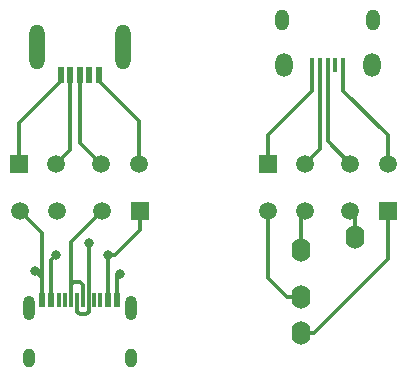
<source format=gbr>
G04 #@! TF.GenerationSoftware,KiCad,Pcbnew,(5.0.2)-1*
G04 #@! TF.CreationDate,2019-03-12T07:40:32+07:00*
G04 #@! TF.ProjectId,adapter,61646170-7465-4722-9e6b-696361645f70,rev?*
G04 #@! TF.SameCoordinates,Original*
G04 #@! TF.FileFunction,Copper,L1,Top*
G04 #@! TF.FilePolarity,Positive*
%FSLAX46Y46*%
G04 Gerber Fmt 4.6, Leading zero omitted, Abs format (unit mm)*
G04 Created by KiCad (PCBNEW (5.0.2)-1) date 12/03/2019 7:40:32 SA*
%MOMM*%
%LPD*%
G01*
G04 APERTURE LIST*
G04 #@! TA.AperFunction,ComponentPad*
%ADD10C,1.500000*%
G04 #@! TD*
G04 #@! TA.AperFunction,ComponentPad*
%ADD11R,1.500000X1.500000*%
G04 #@! TD*
G04 #@! TA.AperFunction,SMDPad,CuDef*
%ADD12R,0.450000X1.300000*%
G04 #@! TD*
G04 #@! TA.AperFunction,ComponentPad*
%ADD13O,1.450000X2.000000*%
G04 #@! TD*
G04 #@! TA.AperFunction,ComponentPad*
%ADD14O,1.150000X1.800000*%
G04 #@! TD*
G04 #@! TA.AperFunction,ComponentPad*
%ADD15O,1.300000X3.800000*%
G04 #@! TD*
G04 #@! TA.AperFunction,SMDPad,CuDef*
%ADD16R,0.500000X1.400000*%
G04 #@! TD*
G04 #@! TA.AperFunction,SMDPad,CuDef*
%ADD17R,0.300000X1.150000*%
G04 #@! TD*
G04 #@! TA.AperFunction,SMDPad,CuDef*
%ADD18R,0.600000X1.150000*%
G04 #@! TD*
G04 #@! TA.AperFunction,ComponentPad*
%ADD19O,1.000000X2.100000*%
G04 #@! TD*
G04 #@! TA.AperFunction,ComponentPad*
%ADD20O,1.000000X1.600000*%
G04 #@! TD*
G04 #@! TA.AperFunction,ComponentPad*
%ADD21O,1.600000X2.000000*%
G04 #@! TD*
G04 #@! TA.AperFunction,ViaPad*
%ADD22C,0.800000*%
G04 #@! TD*
G04 #@! TA.AperFunction,Conductor*
%ADD23C,0.310000*%
G04 #@! TD*
G04 APERTURE END LIST*
D10*
G04 #@! TO.P,,1*
G04 #@! TO.N,N/C*
X29985000Y-28500000D03*
X26810000Y-28500000D03*
X23000000Y-28500000D03*
D11*
X19825000Y-28500000D03*
G04 #@! TD*
D10*
G04 #@! TO.P,,1*
G04 #@! TO.N,N/C*
X51080000Y-28500000D03*
X47905000Y-28500000D03*
X44095000Y-28500000D03*
D11*
X40920000Y-28500000D03*
G04 #@! TD*
D10*
G04 #@! TO.P,,1*
G04 #@! TO.N,N/C*
X19920000Y-32500000D03*
X23095000Y-32500000D03*
X26905000Y-32500000D03*
D11*
X30080000Y-32500000D03*
G04 #@! TD*
D12*
G04 #@! TO.P,Micro USB,1*
G04 #@! TO.N,N/C*
X47300000Y-20150000D03*
G04 #@! TO.P,Micro USB,2*
X46650000Y-20150000D03*
G04 #@! TO.P,Micro USB,3*
X46000000Y-20150000D03*
G04 #@! TO.P,Micro USB,4*
X45350000Y-20150000D03*
G04 #@! TO.P,Micro USB,5*
X44700000Y-20150000D03*
D13*
G04 #@! TO.P,Micro USB,6*
X49725000Y-20100000D03*
X42275000Y-20100000D03*
D14*
X49875000Y-16300000D03*
X42125000Y-16300000D03*
G04 #@! TD*
D15*
G04 #@! TO.P,Mini USB,6*
G04 #@! TO.N,N/C*
X21350000Y-18600000D03*
X28650000Y-18600000D03*
D16*
G04 #@! TO.P,Mini USB,5*
X23400000Y-21000000D03*
G04 #@! TO.P,Mini USB,4*
X24200000Y-21000000D03*
G04 #@! TO.P,Mini USB,3*
X25000000Y-21000000D03*
G04 #@! TO.P,Mini USB,2*
X25800000Y-21000000D03*
G04 #@! TO.P,Mini USB,1*
X26600000Y-21000000D03*
G04 #@! TD*
D17*
G04 #@! TO.P,,A6*
G04 #@! TO.N,N/C*
X24750000Y-40055000D03*
D18*
G04 #@! TO.P,,B1*
X28200000Y-40055000D03*
G04 #@! TO.P,,B4*
X27400000Y-40055000D03*
G04 #@! TO.P,,A4*
X22600000Y-40055000D03*
D19*
G04 #@! TO.P,,S1*
X20680000Y-40720000D03*
X29320000Y-40720000D03*
D20*
X20680000Y-44900000D03*
X29320000Y-44900000D03*
D18*
G04 #@! TO.P,,A1*
X21800000Y-40055000D03*
D17*
G04 #@! TO.P,,A7*
X25250000Y-40055000D03*
G04 #@! TO.P,,B6*
X25750000Y-40055000D03*
G04 #@! TO.P,,A8*
X26250000Y-40055000D03*
G04 #@! TO.P,,B5*
X26750000Y-40055000D03*
G04 #@! TO.P,,B7*
X24250000Y-40055000D03*
G04 #@! TO.P,,A5*
X23750000Y-40055000D03*
G04 #@! TO.P,,B8*
X23250000Y-40055000D03*
G04 #@! TD*
D21*
G04 #@! TO.P,,3*
G04 #@! TO.N,N/C*
X43700000Y-39800000D03*
G04 #@! TO.P,,4*
X43700000Y-42800000D03*
G04 #@! TO.P,,2*
X43700000Y-35800000D03*
G04 #@! TO.P,,1*
X48300000Y-34700000D03*
G04 #@! TD*
D11*
G04 #@! TO.P,,1*
G04 #@! TO.N,N/C*
X51080000Y-32500000D03*
D10*
X47905000Y-32500000D03*
X44095000Y-32500000D03*
X40920000Y-32500000D03*
G04 #@! TD*
D22*
G04 #@! TO.N,*
X25750000Y-35200000D03*
X23000000Y-36200000D03*
X27400000Y-36200000D03*
X28400000Y-37800000D03*
X21200000Y-37600000D03*
G04 #@! TD*
D23*
G04 #@! TO.N,*
X44700000Y-20650000D02*
X44700000Y-22300000D01*
X40920000Y-26080000D02*
X40920000Y-28500000D01*
X44700000Y-22300000D02*
X40920000Y-26080000D01*
X47300000Y-22300000D02*
X47300000Y-20650000D01*
X51080000Y-26080000D02*
X47300000Y-22300000D01*
X51080000Y-28500000D02*
X51080000Y-26080000D01*
X45350000Y-27245000D02*
X45350000Y-20650000D01*
X44095000Y-28500000D02*
X45350000Y-27245000D01*
X46000000Y-26595000D02*
X46000000Y-20650000D01*
X47905000Y-28500000D02*
X46000000Y-26595000D01*
X19825000Y-25025000D02*
X19825000Y-28500000D01*
X23400000Y-21000000D02*
X23400000Y-21450000D01*
X23400000Y-21450000D02*
X19825000Y-25025000D01*
X26600000Y-21450000D02*
X30000000Y-24850000D01*
X26600000Y-21000000D02*
X26600000Y-21450000D01*
X30000000Y-27424340D02*
X30000000Y-24850000D01*
X29985000Y-27439340D02*
X30000000Y-27424340D01*
X29985000Y-28500000D02*
X29985000Y-27439340D01*
X24200000Y-27300000D02*
X23000000Y-28500000D01*
X24200000Y-21000000D02*
X24200000Y-27300000D01*
X25000000Y-26690000D02*
X26810000Y-28500000D01*
X25000000Y-21000000D02*
X25000000Y-26690000D01*
X21800000Y-34380000D02*
X19920000Y-32500000D01*
X24750000Y-40055000D02*
X24750000Y-41000000D01*
X24750000Y-41000000D02*
X25000000Y-41250000D01*
X25000000Y-41250000D02*
X25500000Y-41250000D01*
X25500000Y-41250000D02*
X25750000Y-41000000D01*
X25750000Y-41000000D02*
X25750000Y-40055000D01*
X24250000Y-35155000D02*
X26905000Y-32500000D01*
X24250000Y-38250000D02*
X24250000Y-35155000D01*
X24250000Y-38500000D02*
X24250000Y-38250000D01*
X25250000Y-39250000D02*
X25250000Y-40055000D01*
X25250000Y-38750000D02*
X25250000Y-39250000D01*
X25000000Y-38500000D02*
X25250000Y-38750000D01*
X24500000Y-38500000D02*
X24250000Y-38750000D01*
X24250000Y-38750000D02*
X24250000Y-38500000D01*
X24250000Y-40055000D02*
X24250000Y-38750000D01*
X24500000Y-38500000D02*
X25000000Y-38500000D01*
X24250000Y-38500000D02*
X24500000Y-38500000D01*
X51080000Y-33560000D02*
X51080000Y-32500000D01*
X51080000Y-36530000D02*
X51080000Y-33560000D01*
X44810000Y-42800000D02*
X51080000Y-36530000D01*
X43700000Y-42800000D02*
X44810000Y-42800000D01*
X48300000Y-32895000D02*
X47905000Y-32500000D01*
X48300000Y-34700000D02*
X48300000Y-32895000D01*
X43700000Y-32895000D02*
X44095000Y-32500000D01*
X43700000Y-35800000D02*
X43700000Y-32895000D01*
X42590000Y-39800000D02*
X43700000Y-39800000D01*
X40920000Y-38130000D02*
X42590000Y-39800000D01*
X40920000Y-32500000D02*
X40920000Y-38130000D01*
X25750000Y-36000000D02*
X25750000Y-35200000D01*
X25750000Y-40055000D02*
X25750000Y-36000000D01*
X22600000Y-40055000D02*
X22600000Y-36600000D01*
X22600000Y-36600000D02*
X23000000Y-36200000D01*
X30080000Y-33560000D02*
X30080000Y-32500000D01*
X30080000Y-34085685D02*
X30080000Y-33560000D01*
X27965685Y-36200000D02*
X30080000Y-34085685D01*
X27400000Y-36200000D02*
X27965685Y-36200000D01*
X27400000Y-36765685D02*
X27400000Y-40055000D01*
X27400000Y-36200000D02*
X27400000Y-36765685D01*
X28200000Y-40055000D02*
X28200000Y-38000000D01*
X28200000Y-38000000D02*
X28400000Y-37800000D01*
X21765685Y-37600000D02*
X21800000Y-37600000D01*
X21200000Y-37600000D02*
X21765685Y-37600000D01*
X21800000Y-37600000D02*
X21800000Y-34380000D01*
X21600000Y-38000000D02*
X21800000Y-38000000D01*
X21200000Y-37600000D02*
X21600000Y-38000000D01*
X21800000Y-40055000D02*
X21800000Y-38000000D01*
X21800000Y-38000000D02*
X21800000Y-37600000D01*
G04 #@! TD*
M02*

</source>
